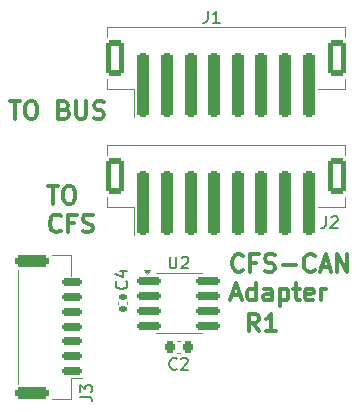
<source format=gbr>
%TF.GenerationSoftware,KiCad,Pcbnew,9.0.0*%
%TF.CreationDate,2025-02-28T01:07:07-08:00*%
%TF.ProjectId,CAN Adapter Board - R1,43414e20-4164-4617-9074-657220426f61,rev?*%
%TF.SameCoordinates,Original*%
%TF.FileFunction,Legend,Top*%
%TF.FilePolarity,Positive*%
%FSLAX46Y46*%
G04 Gerber Fmt 4.6, Leading zero omitted, Abs format (unit mm)*
G04 Created by KiCad (PCBNEW 9.0.0) date 2025-02-28 01:07:07*
%MOMM*%
%LPD*%
G01*
G04 APERTURE LIST*
G04 Aperture macros list*
%AMRoundRect*
0 Rectangle with rounded corners*
0 $1 Rounding radius*
0 $2 $3 $4 $5 $6 $7 $8 $9 X,Y pos of 4 corners*
0 Add a 4 corners polygon primitive as box body*
4,1,4,$2,$3,$4,$5,$6,$7,$8,$9,$2,$3,0*
0 Add four circle primitives for the rounded corners*
1,1,$1+$1,$2,$3*
1,1,$1+$1,$4,$5*
1,1,$1+$1,$6,$7*
1,1,$1+$1,$8,$9*
0 Add four rect primitives between the rounded corners*
20,1,$1+$1,$2,$3,$4,$5,0*
20,1,$1+$1,$4,$5,$6,$7,0*
20,1,$1+$1,$6,$7,$8,$9,0*
20,1,$1+$1,$8,$9,$2,$3,0*%
G04 Aperture macros list end*
%ADD10C,0.300000*%
%ADD11C,0.150000*%
%ADD12C,0.120000*%
%ADD13C,0.800000*%
%ADD14C,6.400000*%
%ADD15RoundRect,0.140000X-0.170000X0.140000X-0.170000X-0.140000X0.170000X-0.140000X0.170000X0.140000X0*%
%ADD16RoundRect,0.150000X0.700000X-0.150000X0.700000X0.150000X-0.700000X0.150000X-0.700000X-0.150000X0*%
%ADD17RoundRect,0.250000X1.150000X-0.250000X1.150000X0.250000X-1.150000X0.250000X-1.150000X-0.250000X0*%
%ADD18RoundRect,0.225000X0.225000X0.250000X-0.225000X0.250000X-0.225000X-0.250000X0.225000X-0.250000X0*%
%ADD19RoundRect,0.250000X-0.250000X-2.500000X0.250000X-2.500000X0.250000X2.500000X-0.250000X2.500000X0*%
%ADD20RoundRect,0.250000X-0.550000X-1.250000X0.550000X-1.250000X0.550000X1.250000X-0.550000X1.250000X0*%
%ADD21RoundRect,0.150000X-0.825000X-0.150000X0.825000X-0.150000X0.825000X0.150000X-0.825000X0.150000X0*%
G04 APERTURE END LIST*
D10*
X21811653Y7599171D02*
X21311653Y8313457D01*
X20954510Y7599171D02*
X20954510Y9099171D01*
X20954510Y9099171D02*
X21525939Y9099171D01*
X21525939Y9099171D02*
X21668796Y9027742D01*
X21668796Y9027742D02*
X21740225Y8956314D01*
X21740225Y8956314D02*
X21811653Y8813457D01*
X21811653Y8813457D02*
X21811653Y8599171D01*
X21811653Y8599171D02*
X21740225Y8456314D01*
X21740225Y8456314D02*
X21668796Y8384885D01*
X21668796Y8384885D02*
X21525939Y8313457D01*
X21525939Y8313457D02*
X20954510Y8313457D01*
X23240225Y7599171D02*
X22383082Y7599171D01*
X22811653Y7599171D02*
X22811653Y9099171D01*
X22811653Y9099171D02*
X22668796Y8884885D01*
X22668796Y8884885D02*
X22525939Y8742028D01*
X22525939Y8742028D02*
X22383082Y8670600D01*
X3940225Y19914087D02*
X4797368Y19914087D01*
X4368796Y18414087D02*
X4368796Y19914087D01*
X5583082Y19914087D02*
X5868796Y19914087D01*
X5868796Y19914087D02*
X6011653Y19842658D01*
X6011653Y19842658D02*
X6154510Y19699801D01*
X6154510Y19699801D02*
X6225939Y19414087D01*
X6225939Y19414087D02*
X6225939Y18914087D01*
X6225939Y18914087D02*
X6154510Y18628373D01*
X6154510Y18628373D02*
X6011653Y18485516D01*
X6011653Y18485516D02*
X5868796Y18414087D01*
X5868796Y18414087D02*
X5583082Y18414087D01*
X5583082Y18414087D02*
X5440225Y18485516D01*
X5440225Y18485516D02*
X5297367Y18628373D01*
X5297367Y18628373D02*
X5225939Y18914087D01*
X5225939Y18914087D02*
X5225939Y19414087D01*
X5225939Y19414087D02*
X5297367Y19699801D01*
X5297367Y19699801D02*
X5440225Y19842658D01*
X5440225Y19842658D02*
X5583082Y19914087D01*
X5011653Y16142028D02*
X4940225Y16070600D01*
X4940225Y16070600D02*
X4725939Y15999171D01*
X4725939Y15999171D02*
X4583082Y15999171D01*
X4583082Y15999171D02*
X4368796Y16070600D01*
X4368796Y16070600D02*
X4225939Y16213457D01*
X4225939Y16213457D02*
X4154510Y16356314D01*
X4154510Y16356314D02*
X4083082Y16642028D01*
X4083082Y16642028D02*
X4083082Y16856314D01*
X4083082Y16856314D02*
X4154510Y17142028D01*
X4154510Y17142028D02*
X4225939Y17284885D01*
X4225939Y17284885D02*
X4368796Y17427742D01*
X4368796Y17427742D02*
X4583082Y17499171D01*
X4583082Y17499171D02*
X4725939Y17499171D01*
X4725939Y17499171D02*
X4940225Y17427742D01*
X4940225Y17427742D02*
X5011653Y17356314D01*
X6154510Y16784885D02*
X5654510Y16784885D01*
X5654510Y15999171D02*
X5654510Y17499171D01*
X5654510Y17499171D02*
X6368796Y17499171D01*
X6868796Y16070600D02*
X7083082Y15999171D01*
X7083082Y15999171D02*
X7440224Y15999171D01*
X7440224Y15999171D02*
X7583082Y16070600D01*
X7583082Y16070600D02*
X7654510Y16142028D01*
X7654510Y16142028D02*
X7725939Y16284885D01*
X7725939Y16284885D02*
X7725939Y16427742D01*
X7725939Y16427742D02*
X7654510Y16570600D01*
X7654510Y16570600D02*
X7583082Y16642028D01*
X7583082Y16642028D02*
X7440224Y16713457D01*
X7440224Y16713457D02*
X7154510Y16784885D01*
X7154510Y16784885D02*
X7011653Y16856314D01*
X7011653Y16856314D02*
X6940224Y16927742D01*
X6940224Y16927742D02*
X6868796Y17070600D01*
X6868796Y17070600D02*
X6868796Y17213457D01*
X6868796Y17213457D02*
X6940224Y17356314D01*
X6940224Y17356314D02*
X7011653Y17427742D01*
X7011653Y17427742D02*
X7154510Y17499171D01*
X7154510Y17499171D02*
X7511653Y17499171D01*
X7511653Y17499171D02*
X7725939Y17427742D01*
X740225Y27099171D02*
X1597368Y27099171D01*
X1168796Y25599171D02*
X1168796Y27099171D01*
X2383082Y27099171D02*
X2668796Y27099171D01*
X2668796Y27099171D02*
X2811653Y27027742D01*
X2811653Y27027742D02*
X2954510Y26884885D01*
X2954510Y26884885D02*
X3025939Y26599171D01*
X3025939Y26599171D02*
X3025939Y26099171D01*
X3025939Y26099171D02*
X2954510Y25813457D01*
X2954510Y25813457D02*
X2811653Y25670600D01*
X2811653Y25670600D02*
X2668796Y25599171D01*
X2668796Y25599171D02*
X2383082Y25599171D01*
X2383082Y25599171D02*
X2240225Y25670600D01*
X2240225Y25670600D02*
X2097367Y25813457D01*
X2097367Y25813457D02*
X2025939Y26099171D01*
X2025939Y26099171D02*
X2025939Y26599171D01*
X2025939Y26599171D02*
X2097367Y26884885D01*
X2097367Y26884885D02*
X2240225Y27027742D01*
X2240225Y27027742D02*
X2383082Y27099171D01*
X5311653Y26384885D02*
X5525939Y26313457D01*
X5525939Y26313457D02*
X5597368Y26242028D01*
X5597368Y26242028D02*
X5668796Y26099171D01*
X5668796Y26099171D02*
X5668796Y25884885D01*
X5668796Y25884885D02*
X5597368Y25742028D01*
X5597368Y25742028D02*
X5525939Y25670600D01*
X5525939Y25670600D02*
X5383082Y25599171D01*
X5383082Y25599171D02*
X4811653Y25599171D01*
X4811653Y25599171D02*
X4811653Y27099171D01*
X4811653Y27099171D02*
X5311653Y27099171D01*
X5311653Y27099171D02*
X5454511Y27027742D01*
X5454511Y27027742D02*
X5525939Y26956314D01*
X5525939Y26956314D02*
X5597368Y26813457D01*
X5597368Y26813457D02*
X5597368Y26670600D01*
X5597368Y26670600D02*
X5525939Y26527742D01*
X5525939Y26527742D02*
X5454511Y26456314D01*
X5454511Y26456314D02*
X5311653Y26384885D01*
X5311653Y26384885D02*
X4811653Y26384885D01*
X6311653Y27099171D02*
X6311653Y25884885D01*
X6311653Y25884885D02*
X6383082Y25742028D01*
X6383082Y25742028D02*
X6454511Y25670600D01*
X6454511Y25670600D02*
X6597368Y25599171D01*
X6597368Y25599171D02*
X6883082Y25599171D01*
X6883082Y25599171D02*
X7025939Y25670600D01*
X7025939Y25670600D02*
X7097368Y25742028D01*
X7097368Y25742028D02*
X7168796Y25884885D01*
X7168796Y25884885D02*
X7168796Y27099171D01*
X7811654Y25670600D02*
X8025940Y25599171D01*
X8025940Y25599171D02*
X8383082Y25599171D01*
X8383082Y25599171D02*
X8525940Y25670600D01*
X8525940Y25670600D02*
X8597368Y25742028D01*
X8597368Y25742028D02*
X8668797Y25884885D01*
X8668797Y25884885D02*
X8668797Y26027742D01*
X8668797Y26027742D02*
X8597368Y26170600D01*
X8597368Y26170600D02*
X8525940Y26242028D01*
X8525940Y26242028D02*
X8383082Y26313457D01*
X8383082Y26313457D02*
X8097368Y26384885D01*
X8097368Y26384885D02*
X7954511Y26456314D01*
X7954511Y26456314D02*
X7883082Y26527742D01*
X7883082Y26527742D02*
X7811654Y26670600D01*
X7811654Y26670600D02*
X7811654Y26813457D01*
X7811654Y26813457D02*
X7883082Y26956314D01*
X7883082Y26956314D02*
X7954511Y27027742D01*
X7954511Y27027742D02*
X8097368Y27099171D01*
X8097368Y27099171D02*
X8454511Y27099171D01*
X8454511Y27099171D02*
X8668797Y27027742D01*
X20431458Y12784043D02*
X20360030Y12712615D01*
X20360030Y12712615D02*
X20145744Y12641186D01*
X20145744Y12641186D02*
X20002887Y12641186D01*
X20002887Y12641186D02*
X19788601Y12712615D01*
X19788601Y12712615D02*
X19645744Y12855472D01*
X19645744Y12855472D02*
X19574315Y12998329D01*
X19574315Y12998329D02*
X19502887Y13284043D01*
X19502887Y13284043D02*
X19502887Y13498329D01*
X19502887Y13498329D02*
X19574315Y13784043D01*
X19574315Y13784043D02*
X19645744Y13926900D01*
X19645744Y13926900D02*
X19788601Y14069757D01*
X19788601Y14069757D02*
X20002887Y14141186D01*
X20002887Y14141186D02*
X20145744Y14141186D01*
X20145744Y14141186D02*
X20360030Y14069757D01*
X20360030Y14069757D02*
X20431458Y13998329D01*
X21574315Y13426900D02*
X21074315Y13426900D01*
X21074315Y12641186D02*
X21074315Y14141186D01*
X21074315Y14141186D02*
X21788601Y14141186D01*
X22288601Y12712615D02*
X22502887Y12641186D01*
X22502887Y12641186D02*
X22860029Y12641186D01*
X22860029Y12641186D02*
X23002887Y12712615D01*
X23002887Y12712615D02*
X23074315Y12784043D01*
X23074315Y12784043D02*
X23145744Y12926900D01*
X23145744Y12926900D02*
X23145744Y13069757D01*
X23145744Y13069757D02*
X23074315Y13212615D01*
X23074315Y13212615D02*
X23002887Y13284043D01*
X23002887Y13284043D02*
X22860029Y13355472D01*
X22860029Y13355472D02*
X22574315Y13426900D01*
X22574315Y13426900D02*
X22431458Y13498329D01*
X22431458Y13498329D02*
X22360029Y13569757D01*
X22360029Y13569757D02*
X22288601Y13712615D01*
X22288601Y13712615D02*
X22288601Y13855472D01*
X22288601Y13855472D02*
X22360029Y13998329D01*
X22360029Y13998329D02*
X22431458Y14069757D01*
X22431458Y14069757D02*
X22574315Y14141186D01*
X22574315Y14141186D02*
X22931458Y14141186D01*
X22931458Y14141186D02*
X23145744Y14069757D01*
X23788600Y13212615D02*
X24931458Y13212615D01*
X26502886Y12784043D02*
X26431458Y12712615D01*
X26431458Y12712615D02*
X26217172Y12641186D01*
X26217172Y12641186D02*
X26074315Y12641186D01*
X26074315Y12641186D02*
X25860029Y12712615D01*
X25860029Y12712615D02*
X25717172Y12855472D01*
X25717172Y12855472D02*
X25645743Y12998329D01*
X25645743Y12998329D02*
X25574315Y13284043D01*
X25574315Y13284043D02*
X25574315Y13498329D01*
X25574315Y13498329D02*
X25645743Y13784043D01*
X25645743Y13784043D02*
X25717172Y13926900D01*
X25717172Y13926900D02*
X25860029Y14069757D01*
X25860029Y14069757D02*
X26074315Y14141186D01*
X26074315Y14141186D02*
X26217172Y14141186D01*
X26217172Y14141186D02*
X26431458Y14069757D01*
X26431458Y14069757D02*
X26502886Y13998329D01*
X27074315Y13069757D02*
X27788601Y13069757D01*
X26931458Y12641186D02*
X27431458Y14141186D01*
X27431458Y14141186D02*
X27931458Y12641186D01*
X28431457Y12641186D02*
X28431457Y14141186D01*
X28431457Y14141186D02*
X29288600Y12641186D01*
X29288600Y12641186D02*
X29288600Y14141186D01*
X19502887Y10654841D02*
X20217173Y10654841D01*
X19360030Y10226270D02*
X19860030Y11726270D01*
X19860030Y11726270D02*
X20360030Y10226270D01*
X21502887Y10226270D02*
X21502887Y11726270D01*
X21502887Y10297699D02*
X21360029Y10226270D01*
X21360029Y10226270D02*
X21074315Y10226270D01*
X21074315Y10226270D02*
X20931458Y10297699D01*
X20931458Y10297699D02*
X20860029Y10369127D01*
X20860029Y10369127D02*
X20788601Y10511984D01*
X20788601Y10511984D02*
X20788601Y10940556D01*
X20788601Y10940556D02*
X20860029Y11083413D01*
X20860029Y11083413D02*
X20931458Y11154841D01*
X20931458Y11154841D02*
X21074315Y11226270D01*
X21074315Y11226270D02*
X21360029Y11226270D01*
X21360029Y11226270D02*
X21502887Y11154841D01*
X22860030Y10226270D02*
X22860030Y11011984D01*
X22860030Y11011984D02*
X22788601Y11154841D01*
X22788601Y11154841D02*
X22645744Y11226270D01*
X22645744Y11226270D02*
X22360030Y11226270D01*
X22360030Y11226270D02*
X22217172Y11154841D01*
X22860030Y10297699D02*
X22717172Y10226270D01*
X22717172Y10226270D02*
X22360030Y10226270D01*
X22360030Y10226270D02*
X22217172Y10297699D01*
X22217172Y10297699D02*
X22145744Y10440556D01*
X22145744Y10440556D02*
X22145744Y10583413D01*
X22145744Y10583413D02*
X22217172Y10726270D01*
X22217172Y10726270D02*
X22360030Y10797699D01*
X22360030Y10797699D02*
X22717172Y10797699D01*
X22717172Y10797699D02*
X22860030Y10869127D01*
X23574315Y11226270D02*
X23574315Y9726270D01*
X23574315Y11154841D02*
X23717173Y11226270D01*
X23717173Y11226270D02*
X24002887Y11226270D01*
X24002887Y11226270D02*
X24145744Y11154841D01*
X24145744Y11154841D02*
X24217173Y11083413D01*
X24217173Y11083413D02*
X24288601Y10940556D01*
X24288601Y10940556D02*
X24288601Y10511984D01*
X24288601Y10511984D02*
X24217173Y10369127D01*
X24217173Y10369127D02*
X24145744Y10297699D01*
X24145744Y10297699D02*
X24002887Y10226270D01*
X24002887Y10226270D02*
X23717173Y10226270D01*
X23717173Y10226270D02*
X23574315Y10297699D01*
X24717173Y11226270D02*
X25288601Y11226270D01*
X24931458Y11726270D02*
X24931458Y10440556D01*
X24931458Y10440556D02*
X25002887Y10297699D01*
X25002887Y10297699D02*
X25145744Y10226270D01*
X25145744Y10226270D02*
X25288601Y10226270D01*
X26360030Y10297699D02*
X26217173Y10226270D01*
X26217173Y10226270D02*
X25931459Y10226270D01*
X25931459Y10226270D02*
X25788601Y10297699D01*
X25788601Y10297699D02*
X25717173Y10440556D01*
X25717173Y10440556D02*
X25717173Y11011984D01*
X25717173Y11011984D02*
X25788601Y11154841D01*
X25788601Y11154841D02*
X25931459Y11226270D01*
X25931459Y11226270D02*
X26217173Y11226270D01*
X26217173Y11226270D02*
X26360030Y11154841D01*
X26360030Y11154841D02*
X26431459Y11011984D01*
X26431459Y11011984D02*
X26431459Y10869127D01*
X26431459Y10869127D02*
X25717173Y10726270D01*
X27074315Y10226270D02*
X27074315Y11226270D01*
X27074315Y10940556D02*
X27145744Y11083413D01*
X27145744Y11083413D02*
X27217173Y11154841D01*
X27217173Y11154841D02*
X27360030Y11226270D01*
X27360030Y11226270D02*
X27502887Y11226270D01*
D11*
X10559580Y11833333D02*
X10607200Y11785714D01*
X10607200Y11785714D02*
X10654819Y11642857D01*
X10654819Y11642857D02*
X10654819Y11547619D01*
X10654819Y11547619D02*
X10607200Y11404762D01*
X10607200Y11404762D02*
X10511961Y11309524D01*
X10511961Y11309524D02*
X10416723Y11261905D01*
X10416723Y11261905D02*
X10226247Y11214286D01*
X10226247Y11214286D02*
X10083390Y11214286D01*
X10083390Y11214286D02*
X9892914Y11261905D01*
X9892914Y11261905D02*
X9797676Y11309524D01*
X9797676Y11309524D02*
X9702438Y11404762D01*
X9702438Y11404762D02*
X9654819Y11547619D01*
X9654819Y11547619D02*
X9654819Y11642857D01*
X9654819Y11642857D02*
X9702438Y11785714D01*
X9702438Y11785714D02*
X9750057Y11833333D01*
X9988152Y12690476D02*
X10654819Y12690476D01*
X9607200Y12452381D02*
X10321485Y12214286D01*
X10321485Y12214286D02*
X10321485Y12833333D01*
X6654819Y2066666D02*
X7369104Y2066666D01*
X7369104Y2066666D02*
X7511961Y2019047D01*
X7511961Y2019047D02*
X7607200Y1923809D01*
X7607200Y1923809D02*
X7654819Y1780952D01*
X7654819Y1780952D02*
X7654819Y1685714D01*
X6654819Y2447619D02*
X6654819Y3066666D01*
X6654819Y3066666D02*
X7035771Y2733333D01*
X7035771Y2733333D02*
X7035771Y2876190D01*
X7035771Y2876190D02*
X7083390Y2971428D01*
X7083390Y2971428D02*
X7131009Y3019047D01*
X7131009Y3019047D02*
X7226247Y3066666D01*
X7226247Y3066666D02*
X7464342Y3066666D01*
X7464342Y3066666D02*
X7559580Y3019047D01*
X7559580Y3019047D02*
X7607200Y2971428D01*
X7607200Y2971428D02*
X7654819Y2876190D01*
X7654819Y2876190D02*
X7654819Y2590476D01*
X7654819Y2590476D02*
X7607200Y2495238D01*
X7607200Y2495238D02*
X7559580Y2447619D01*
X14833333Y4460419D02*
X14785714Y4412800D01*
X14785714Y4412800D02*
X14642857Y4365180D01*
X14642857Y4365180D02*
X14547619Y4365180D01*
X14547619Y4365180D02*
X14404762Y4412800D01*
X14404762Y4412800D02*
X14309524Y4508038D01*
X14309524Y4508038D02*
X14261905Y4603276D01*
X14261905Y4603276D02*
X14214286Y4793752D01*
X14214286Y4793752D02*
X14214286Y4936609D01*
X14214286Y4936609D02*
X14261905Y5127085D01*
X14261905Y5127085D02*
X14309524Y5222323D01*
X14309524Y5222323D02*
X14404762Y5317561D01*
X14404762Y5317561D02*
X14547619Y5365180D01*
X14547619Y5365180D02*
X14642857Y5365180D01*
X14642857Y5365180D02*
X14785714Y5317561D01*
X14785714Y5317561D02*
X14833333Y5269942D01*
X15214286Y5269942D02*
X15261905Y5317561D01*
X15261905Y5317561D02*
X15357143Y5365180D01*
X15357143Y5365180D02*
X15595238Y5365180D01*
X15595238Y5365180D02*
X15690476Y5317561D01*
X15690476Y5317561D02*
X15738095Y5269942D01*
X15738095Y5269942D02*
X15785714Y5174704D01*
X15785714Y5174704D02*
X15785714Y5079466D01*
X15785714Y5079466D02*
X15738095Y4936609D01*
X15738095Y4936609D02*
X15166667Y4365180D01*
X15166667Y4365180D02*
X15785714Y4365180D01*
X27466666Y17345180D02*
X27466666Y16630895D01*
X27466666Y16630895D02*
X27419047Y16488038D01*
X27419047Y16488038D02*
X27323809Y16392800D01*
X27323809Y16392800D02*
X27180952Y16345180D01*
X27180952Y16345180D02*
X27085714Y16345180D01*
X27895238Y17249942D02*
X27942857Y17297561D01*
X27942857Y17297561D02*
X28038095Y17345180D01*
X28038095Y17345180D02*
X28276190Y17345180D01*
X28276190Y17345180D02*
X28371428Y17297561D01*
X28371428Y17297561D02*
X28419047Y17249942D01*
X28419047Y17249942D02*
X28466666Y17154704D01*
X28466666Y17154704D02*
X28466666Y17059466D01*
X28466666Y17059466D02*
X28419047Y16916609D01*
X28419047Y16916609D02*
X27847619Y16345180D01*
X27847619Y16345180D02*
X28466666Y16345180D01*
X17466666Y34745180D02*
X17466666Y34030895D01*
X17466666Y34030895D02*
X17419047Y33888038D01*
X17419047Y33888038D02*
X17323809Y33792800D01*
X17323809Y33792800D02*
X17180952Y33745180D01*
X17180952Y33745180D02*
X17085714Y33745180D01*
X18466666Y33745180D02*
X17895238Y33745180D01*
X18180952Y33745180D02*
X18180952Y34745180D01*
X18180952Y34745180D02*
X18085714Y34602323D01*
X18085714Y34602323D02*
X17990476Y34507085D01*
X17990476Y34507085D02*
X17895238Y34459466D01*
X14238095Y13945180D02*
X14238095Y13135657D01*
X14238095Y13135657D02*
X14285714Y13040419D01*
X14285714Y13040419D02*
X14333333Y12992800D01*
X14333333Y12992800D02*
X14428571Y12945180D01*
X14428571Y12945180D02*
X14619047Y12945180D01*
X14619047Y12945180D02*
X14714285Y12992800D01*
X14714285Y12992800D02*
X14761904Y13040419D01*
X14761904Y13040419D02*
X14809523Y13135657D01*
X14809523Y13135657D02*
X14809523Y13945180D01*
X15238095Y13849942D02*
X15285714Y13897561D01*
X15285714Y13897561D02*
X15380952Y13945180D01*
X15380952Y13945180D02*
X15619047Y13945180D01*
X15619047Y13945180D02*
X15714285Y13897561D01*
X15714285Y13897561D02*
X15761904Y13849942D01*
X15761904Y13849942D02*
X15809523Y13754704D01*
X15809523Y13754704D02*
X15809523Y13659466D01*
X15809523Y13659466D02*
X15761904Y13516609D01*
X15761904Y13516609D02*
X15190476Y12945180D01*
X15190476Y12945180D02*
X15809523Y12945180D01*
D12*
%TO.C,C4*%
X9890000Y10107836D02*
X9890000Y9892164D01*
X10610000Y10107836D02*
X10610000Y9892164D01*
%TO.C,J3*%
X1390000Y3160000D02*
X1390000Y12840000D01*
X4260000Y14110000D02*
X5860000Y14110000D01*
X4260000Y1890000D02*
X5860000Y1890000D01*
X5860000Y14110000D02*
X5860000Y12310000D01*
X5860000Y3690000D02*
X6800000Y3690000D01*
X5860000Y1890000D02*
X5860000Y3690000D01*
%TO.C,C2*%
X15140580Y6760000D02*
X14859420Y6760000D01*
X15140580Y5740000D02*
X14859420Y5740000D01*
%TO.C,J2*%
X8915000Y23360000D02*
X29085000Y23360000D01*
X8915000Y22510000D02*
X8915000Y23360000D01*
X8915000Y18990000D02*
X8915000Y18140000D01*
X8915000Y18140000D02*
X11240000Y18140000D01*
X11240000Y18140000D02*
X11240000Y15750000D01*
X29085000Y23360000D02*
X29085000Y22510000D01*
X29085000Y18990000D02*
X29085000Y18140000D01*
X29085000Y18140000D02*
X26760000Y18140000D01*
%TO.C,J1*%
X8915000Y33360000D02*
X29085000Y33360000D01*
X8915000Y32510000D02*
X8915000Y33360000D01*
X8915000Y28990000D02*
X8915000Y28140000D01*
X8915000Y28140000D02*
X11240000Y28140000D01*
X11240000Y28140000D02*
X11240000Y25750000D01*
X29085000Y33360000D02*
X29085000Y32510000D01*
X29085000Y28990000D02*
X29085000Y28140000D01*
X29085000Y28140000D02*
X26760000Y28140000D01*
%TO.C,U2*%
X15000000Y12560000D02*
X13050000Y12560000D01*
X15000000Y12560000D02*
X16950000Y12560000D01*
X15000000Y7440000D02*
X13050000Y7440000D01*
X15000000Y7440000D02*
X16950000Y7440000D01*
X12300000Y12465000D02*
X12060000Y12795000D01*
X12540000Y12795000D01*
X12300000Y12465000D01*
G36*
X12300000Y12465000D02*
G01*
X12060000Y12795000D01*
X12540000Y12795000D01*
X12300000Y12465000D01*
G37*
%TD*%
%LPC*%
D13*
%TO.C,H1*%
X1600000Y31000000D03*
X2302944Y32697056D03*
X2302944Y29302944D03*
X4000000Y33400000D03*
D14*
X4000000Y31000000D03*
D13*
X4000000Y28600000D03*
X5697056Y32697056D03*
X5697056Y29302944D03*
X6400000Y31000000D03*
%TD*%
D15*
%TO.C,C4*%
X10250000Y10480000D03*
X10250000Y9520000D03*
%TD*%
D16*
%TO.C,J3*%
X5950000Y4250000D03*
X5950000Y5500000D03*
X5950000Y6750000D03*
X5950000Y8000000D03*
X5950000Y9250000D03*
X5950000Y10500000D03*
X5950000Y11750000D03*
D17*
X2600000Y2400000D03*
X2600000Y13600000D03*
%TD*%
D13*
%TO.C,H2*%
X23600000Y4000000D03*
X24302944Y5697056D03*
X24302944Y2302944D03*
X26000000Y6400000D03*
D14*
X26000000Y4000000D03*
D13*
X26000000Y1600000D03*
X27697056Y5697056D03*
X27697056Y2302944D03*
X28400000Y4000000D03*
%TD*%
D18*
%TO.C,C2*%
X15775000Y6250000D03*
X14225000Y6250000D03*
%TD*%
D19*
%TO.C,J2*%
X12000000Y18500000D03*
X14000000Y18500000D03*
X16000000Y18500000D03*
X18000000Y18500000D03*
X20000000Y18500000D03*
X22000000Y18500000D03*
X24000000Y18500000D03*
X26000000Y18500000D03*
D20*
X9600000Y20750000D03*
X28400000Y20750000D03*
%TD*%
D19*
%TO.C,J1*%
X12000000Y28500000D03*
X14000000Y28500000D03*
X16000000Y28500000D03*
X18000000Y28500000D03*
X20000000Y28500000D03*
X22000000Y28500000D03*
X24000000Y28500000D03*
X26000000Y28500000D03*
D20*
X9600000Y30750000D03*
X28400000Y30750000D03*
%TD*%
D21*
%TO.C,U2*%
X12525000Y11905000D03*
X12525000Y10635000D03*
X12525000Y9365000D03*
X12525000Y8095000D03*
X17475000Y8095000D03*
X17475000Y9365000D03*
X17475000Y10635000D03*
X17475000Y11905000D03*
%TD*%
%LPD*%
M02*

</source>
